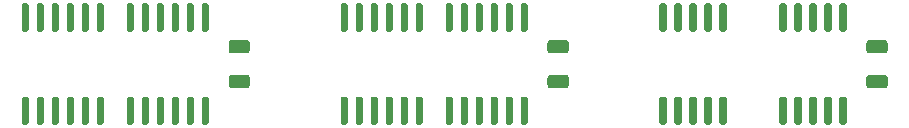
<source format=gbr>
%TF.GenerationSoftware,KiCad,Pcbnew,(5.1.9-0-10_14)*%
%TF.CreationDate,2021-02-23T11:37:35+01:00*%
%TF.ProjectId,30pin_SIMM_4MB,33307069-6e5f-4534-994d-4d5f344d422e,rev?*%
%TF.SameCoordinates,Original*%
%TF.FileFunction,Paste,Top*%
%TF.FilePolarity,Positive*%
%FSLAX46Y46*%
G04 Gerber Fmt 4.6, Leading zero omitted, Abs format (unit mm)*
G04 Created by KiCad (PCBNEW (5.1.9-0-10_14)) date 2021-02-23 11:37:35*
%MOMM*%
%LPD*%
G01*
G04 APERTURE LIST*
G04 APERTURE END LIST*
%TO.C,IC3*%
G36*
G01*
X162530000Y-86250000D02*
X162230000Y-86250000D01*
G75*
G02*
X162080000Y-86100000I0J150000D01*
G01*
X162080000Y-84000000D01*
G75*
G02*
X162230000Y-83850000I150000J0D01*
G01*
X162530000Y-83850000D01*
G75*
G02*
X162680000Y-84000000I0J-150000D01*
G01*
X162680000Y-86100000D01*
G75*
G02*
X162530000Y-86250000I-150000J0D01*
G01*
G37*
G36*
G01*
X163800000Y-86250000D02*
X163500000Y-86250000D01*
G75*
G02*
X163350000Y-86100000I0J150000D01*
G01*
X163350000Y-84000000D01*
G75*
G02*
X163500000Y-83850000I150000J0D01*
G01*
X163800000Y-83850000D01*
G75*
G02*
X163950000Y-84000000I0J-150000D01*
G01*
X163950000Y-86100000D01*
G75*
G02*
X163800000Y-86250000I-150000J0D01*
G01*
G37*
G36*
G01*
X165070000Y-86250000D02*
X164770000Y-86250000D01*
G75*
G02*
X164620000Y-86100000I0J150000D01*
G01*
X164620000Y-84000000D01*
G75*
G02*
X164770000Y-83850000I150000J0D01*
G01*
X165070000Y-83850000D01*
G75*
G02*
X165220000Y-84000000I0J-150000D01*
G01*
X165220000Y-86100000D01*
G75*
G02*
X165070000Y-86250000I-150000J0D01*
G01*
G37*
G36*
G01*
X166340000Y-86250000D02*
X166040000Y-86250000D01*
G75*
G02*
X165890000Y-86100000I0J150000D01*
G01*
X165890000Y-84000000D01*
G75*
G02*
X166040000Y-83850000I150000J0D01*
G01*
X166340000Y-83850000D01*
G75*
G02*
X166490000Y-84000000I0J-150000D01*
G01*
X166490000Y-86100000D01*
G75*
G02*
X166340000Y-86250000I-150000J0D01*
G01*
G37*
G36*
G01*
X167610000Y-86250000D02*
X167310000Y-86250000D01*
G75*
G02*
X167160000Y-86100000I0J150000D01*
G01*
X167160000Y-84000000D01*
G75*
G02*
X167310000Y-83850000I150000J0D01*
G01*
X167610000Y-83850000D01*
G75*
G02*
X167760000Y-84000000I0J-150000D01*
G01*
X167760000Y-86100000D01*
G75*
G02*
X167610000Y-86250000I-150000J0D01*
G01*
G37*
G36*
G01*
X172690000Y-86250000D02*
X172390000Y-86250000D01*
G75*
G02*
X172240000Y-86100000I0J150000D01*
G01*
X172240000Y-84000000D01*
G75*
G02*
X172390000Y-83850000I150000J0D01*
G01*
X172690000Y-83850000D01*
G75*
G02*
X172840000Y-84000000I0J-150000D01*
G01*
X172840000Y-86100000D01*
G75*
G02*
X172690000Y-86250000I-150000J0D01*
G01*
G37*
G36*
G01*
X173960000Y-86250000D02*
X173660000Y-86250000D01*
G75*
G02*
X173510000Y-86100000I0J150000D01*
G01*
X173510000Y-84000000D01*
G75*
G02*
X173660000Y-83850000I150000J0D01*
G01*
X173960000Y-83850000D01*
G75*
G02*
X174110000Y-84000000I0J-150000D01*
G01*
X174110000Y-86100000D01*
G75*
G02*
X173960000Y-86250000I-150000J0D01*
G01*
G37*
G36*
G01*
X175230000Y-86250000D02*
X174930000Y-86250000D01*
G75*
G02*
X174780000Y-86100000I0J150000D01*
G01*
X174780000Y-84000000D01*
G75*
G02*
X174930000Y-83850000I150000J0D01*
G01*
X175230000Y-83850000D01*
G75*
G02*
X175380000Y-84000000I0J-150000D01*
G01*
X175380000Y-86100000D01*
G75*
G02*
X175230000Y-86250000I-150000J0D01*
G01*
G37*
G36*
G01*
X176500000Y-86250000D02*
X176200000Y-86250000D01*
G75*
G02*
X176050000Y-86100000I0J150000D01*
G01*
X176050000Y-84000000D01*
G75*
G02*
X176200000Y-83850000I150000J0D01*
G01*
X176500000Y-83850000D01*
G75*
G02*
X176650000Y-84000000I0J-150000D01*
G01*
X176650000Y-86100000D01*
G75*
G02*
X176500000Y-86250000I-150000J0D01*
G01*
G37*
G36*
G01*
X177770000Y-94150000D02*
X177470000Y-94150000D01*
G75*
G02*
X177320000Y-94000000I0J150000D01*
G01*
X177320000Y-91900000D01*
G75*
G02*
X177470000Y-91750000I150000J0D01*
G01*
X177770000Y-91750000D01*
G75*
G02*
X177920000Y-91900000I0J-150000D01*
G01*
X177920000Y-94000000D01*
G75*
G02*
X177770000Y-94150000I-150000J0D01*
G01*
G37*
G36*
G01*
X176500000Y-94150000D02*
X176200000Y-94150000D01*
G75*
G02*
X176050000Y-94000000I0J150000D01*
G01*
X176050000Y-91900000D01*
G75*
G02*
X176200000Y-91750000I150000J0D01*
G01*
X176500000Y-91750000D01*
G75*
G02*
X176650000Y-91900000I0J-150000D01*
G01*
X176650000Y-94000000D01*
G75*
G02*
X176500000Y-94150000I-150000J0D01*
G01*
G37*
G36*
G01*
X175230000Y-94150000D02*
X174930000Y-94150000D01*
G75*
G02*
X174780000Y-94000000I0J150000D01*
G01*
X174780000Y-91900000D01*
G75*
G02*
X174930000Y-91750000I150000J0D01*
G01*
X175230000Y-91750000D01*
G75*
G02*
X175380000Y-91900000I0J-150000D01*
G01*
X175380000Y-94000000D01*
G75*
G02*
X175230000Y-94150000I-150000J0D01*
G01*
G37*
G36*
G01*
X173960000Y-94150000D02*
X173660000Y-94150000D01*
G75*
G02*
X173510000Y-94000000I0J150000D01*
G01*
X173510000Y-91900000D01*
G75*
G02*
X173660000Y-91750000I150000J0D01*
G01*
X173960000Y-91750000D01*
G75*
G02*
X174110000Y-91900000I0J-150000D01*
G01*
X174110000Y-94000000D01*
G75*
G02*
X173960000Y-94150000I-150000J0D01*
G01*
G37*
G36*
G01*
X172690000Y-94150000D02*
X172390000Y-94150000D01*
G75*
G02*
X172240000Y-94000000I0J150000D01*
G01*
X172240000Y-91900000D01*
G75*
G02*
X172390000Y-91750000I150000J0D01*
G01*
X172690000Y-91750000D01*
G75*
G02*
X172840000Y-91900000I0J-150000D01*
G01*
X172840000Y-94000000D01*
G75*
G02*
X172690000Y-94150000I-150000J0D01*
G01*
G37*
G36*
G01*
X167610000Y-94150000D02*
X167310000Y-94150000D01*
G75*
G02*
X167160000Y-94000000I0J150000D01*
G01*
X167160000Y-91900000D01*
G75*
G02*
X167310000Y-91750000I150000J0D01*
G01*
X167610000Y-91750000D01*
G75*
G02*
X167760000Y-91900000I0J-150000D01*
G01*
X167760000Y-94000000D01*
G75*
G02*
X167610000Y-94150000I-150000J0D01*
G01*
G37*
G36*
G01*
X166340000Y-94150000D02*
X166040000Y-94150000D01*
G75*
G02*
X165890000Y-94000000I0J150000D01*
G01*
X165890000Y-91900000D01*
G75*
G02*
X166040000Y-91750000I150000J0D01*
G01*
X166340000Y-91750000D01*
G75*
G02*
X166490000Y-91900000I0J-150000D01*
G01*
X166490000Y-94000000D01*
G75*
G02*
X166340000Y-94150000I-150000J0D01*
G01*
G37*
G36*
G01*
X165070000Y-94150000D02*
X164770000Y-94150000D01*
G75*
G02*
X164620000Y-94000000I0J150000D01*
G01*
X164620000Y-91900000D01*
G75*
G02*
X164770000Y-91750000I150000J0D01*
G01*
X165070000Y-91750000D01*
G75*
G02*
X165220000Y-91900000I0J-150000D01*
G01*
X165220000Y-94000000D01*
G75*
G02*
X165070000Y-94150000I-150000J0D01*
G01*
G37*
G36*
G01*
X163800000Y-94150000D02*
X163500000Y-94150000D01*
G75*
G02*
X163350000Y-94000000I0J150000D01*
G01*
X163350000Y-91900000D01*
G75*
G02*
X163500000Y-91750000I150000J0D01*
G01*
X163800000Y-91750000D01*
G75*
G02*
X163950000Y-91900000I0J-150000D01*
G01*
X163950000Y-94000000D01*
G75*
G02*
X163800000Y-94150000I-150000J0D01*
G01*
G37*
G36*
G01*
X162530000Y-94150000D02*
X162230000Y-94150000D01*
G75*
G02*
X162080000Y-94000000I0J150000D01*
G01*
X162080000Y-91900000D01*
G75*
G02*
X162230000Y-91750000I150000J0D01*
G01*
X162530000Y-91750000D01*
G75*
G02*
X162680000Y-91900000I0J-150000D01*
G01*
X162680000Y-94000000D01*
G75*
G02*
X162530000Y-94150000I-150000J0D01*
G01*
G37*
G36*
G01*
X177770000Y-86250000D02*
X177470000Y-86250000D01*
G75*
G02*
X177320000Y-86100000I0J150000D01*
G01*
X177320000Y-84000000D01*
G75*
G02*
X177470000Y-83850000I150000J0D01*
G01*
X177770000Y-83850000D01*
G75*
G02*
X177920000Y-84000000I0J-150000D01*
G01*
X177920000Y-86100000D01*
G75*
G02*
X177770000Y-86250000I-150000J0D01*
G01*
G37*
%TD*%
%TO.C,IC2*%
G36*
G01*
X150770000Y-94150000D02*
X150470000Y-94150000D01*
G75*
G02*
X150320000Y-94000000I0J150000D01*
G01*
X150320000Y-91900000D01*
G75*
G02*
X150470000Y-91750000I150000J0D01*
G01*
X150770000Y-91750000D01*
G75*
G02*
X150920000Y-91900000I0J-150000D01*
G01*
X150920000Y-94000000D01*
G75*
G02*
X150770000Y-94150000I-150000J0D01*
G01*
G37*
G36*
G01*
X149500000Y-94150000D02*
X149200000Y-94150000D01*
G75*
G02*
X149050000Y-94000000I0J150000D01*
G01*
X149050000Y-91900000D01*
G75*
G02*
X149200000Y-91750000I150000J0D01*
G01*
X149500000Y-91750000D01*
G75*
G02*
X149650000Y-91900000I0J-150000D01*
G01*
X149650000Y-94000000D01*
G75*
G02*
X149500000Y-94150000I-150000J0D01*
G01*
G37*
G36*
G01*
X148230000Y-94150000D02*
X147930000Y-94150000D01*
G75*
G02*
X147780000Y-94000000I0J150000D01*
G01*
X147780000Y-91900000D01*
G75*
G02*
X147930000Y-91750000I150000J0D01*
G01*
X148230000Y-91750000D01*
G75*
G02*
X148380000Y-91900000I0J-150000D01*
G01*
X148380000Y-94000000D01*
G75*
G02*
X148230000Y-94150000I-150000J0D01*
G01*
G37*
G36*
G01*
X146960000Y-94150000D02*
X146660000Y-94150000D01*
G75*
G02*
X146510000Y-94000000I0J150000D01*
G01*
X146510000Y-91900000D01*
G75*
G02*
X146660000Y-91750000I150000J0D01*
G01*
X146960000Y-91750000D01*
G75*
G02*
X147110000Y-91900000I0J-150000D01*
G01*
X147110000Y-94000000D01*
G75*
G02*
X146960000Y-94150000I-150000J0D01*
G01*
G37*
G36*
G01*
X145690000Y-94150000D02*
X145390000Y-94150000D01*
G75*
G02*
X145240000Y-94000000I0J150000D01*
G01*
X145240000Y-91900000D01*
G75*
G02*
X145390000Y-91750000I150000J0D01*
G01*
X145690000Y-91750000D01*
G75*
G02*
X145840000Y-91900000I0J-150000D01*
G01*
X145840000Y-94000000D01*
G75*
G02*
X145690000Y-94150000I-150000J0D01*
G01*
G37*
G36*
G01*
X144420000Y-94150000D02*
X144120000Y-94150000D01*
G75*
G02*
X143970000Y-94000000I0J150000D01*
G01*
X143970000Y-91900000D01*
G75*
G02*
X144120000Y-91750000I150000J0D01*
G01*
X144420000Y-91750000D01*
G75*
G02*
X144570000Y-91900000I0J-150000D01*
G01*
X144570000Y-94000000D01*
G75*
G02*
X144420000Y-94150000I-150000J0D01*
G01*
G37*
G36*
G01*
X141880000Y-94150000D02*
X141580000Y-94150000D01*
G75*
G02*
X141430000Y-94000000I0J150000D01*
G01*
X141430000Y-91900000D01*
G75*
G02*
X141580000Y-91750000I150000J0D01*
G01*
X141880000Y-91750000D01*
G75*
G02*
X142030000Y-91900000I0J-150000D01*
G01*
X142030000Y-94000000D01*
G75*
G02*
X141880000Y-94150000I-150000J0D01*
G01*
G37*
G36*
G01*
X140610000Y-94150000D02*
X140310000Y-94150000D01*
G75*
G02*
X140160000Y-94000000I0J150000D01*
G01*
X140160000Y-91900000D01*
G75*
G02*
X140310000Y-91750000I150000J0D01*
G01*
X140610000Y-91750000D01*
G75*
G02*
X140760000Y-91900000I0J-150000D01*
G01*
X140760000Y-94000000D01*
G75*
G02*
X140610000Y-94150000I-150000J0D01*
G01*
G37*
G36*
G01*
X139340000Y-94150000D02*
X139040000Y-94150000D01*
G75*
G02*
X138890000Y-94000000I0J150000D01*
G01*
X138890000Y-91900000D01*
G75*
G02*
X139040000Y-91750000I150000J0D01*
G01*
X139340000Y-91750000D01*
G75*
G02*
X139490000Y-91900000I0J-150000D01*
G01*
X139490000Y-94000000D01*
G75*
G02*
X139340000Y-94150000I-150000J0D01*
G01*
G37*
G36*
G01*
X138070000Y-94150000D02*
X137770000Y-94150000D01*
G75*
G02*
X137620000Y-94000000I0J150000D01*
G01*
X137620000Y-91900000D01*
G75*
G02*
X137770000Y-91750000I150000J0D01*
G01*
X138070000Y-91750000D01*
G75*
G02*
X138220000Y-91900000I0J-150000D01*
G01*
X138220000Y-94000000D01*
G75*
G02*
X138070000Y-94150000I-150000J0D01*
G01*
G37*
G36*
G01*
X136800000Y-94150000D02*
X136500000Y-94150000D01*
G75*
G02*
X136350000Y-94000000I0J150000D01*
G01*
X136350000Y-91900000D01*
G75*
G02*
X136500000Y-91750000I150000J0D01*
G01*
X136800000Y-91750000D01*
G75*
G02*
X136950000Y-91900000I0J-150000D01*
G01*
X136950000Y-94000000D01*
G75*
G02*
X136800000Y-94150000I-150000J0D01*
G01*
G37*
G36*
G01*
X135530000Y-86250000D02*
X135230000Y-86250000D01*
G75*
G02*
X135080000Y-86100000I0J150000D01*
G01*
X135080000Y-84000000D01*
G75*
G02*
X135230000Y-83850000I150000J0D01*
G01*
X135530000Y-83850000D01*
G75*
G02*
X135680000Y-84000000I0J-150000D01*
G01*
X135680000Y-86100000D01*
G75*
G02*
X135530000Y-86250000I-150000J0D01*
G01*
G37*
G36*
G01*
X136800000Y-86250000D02*
X136500000Y-86250000D01*
G75*
G02*
X136350000Y-86100000I0J150000D01*
G01*
X136350000Y-84000000D01*
G75*
G02*
X136500000Y-83850000I150000J0D01*
G01*
X136800000Y-83850000D01*
G75*
G02*
X136950000Y-84000000I0J-150000D01*
G01*
X136950000Y-86100000D01*
G75*
G02*
X136800000Y-86250000I-150000J0D01*
G01*
G37*
G36*
G01*
X138070000Y-86250000D02*
X137770000Y-86250000D01*
G75*
G02*
X137620000Y-86100000I0J150000D01*
G01*
X137620000Y-84000000D01*
G75*
G02*
X137770000Y-83850000I150000J0D01*
G01*
X138070000Y-83850000D01*
G75*
G02*
X138220000Y-84000000I0J-150000D01*
G01*
X138220000Y-86100000D01*
G75*
G02*
X138070000Y-86250000I-150000J0D01*
G01*
G37*
G36*
G01*
X139340000Y-86250000D02*
X139040000Y-86250000D01*
G75*
G02*
X138890000Y-86100000I0J150000D01*
G01*
X138890000Y-84000000D01*
G75*
G02*
X139040000Y-83850000I150000J0D01*
G01*
X139340000Y-83850000D01*
G75*
G02*
X139490000Y-84000000I0J-150000D01*
G01*
X139490000Y-86100000D01*
G75*
G02*
X139340000Y-86250000I-150000J0D01*
G01*
G37*
G36*
G01*
X140610000Y-86250000D02*
X140310000Y-86250000D01*
G75*
G02*
X140160000Y-86100000I0J150000D01*
G01*
X140160000Y-84000000D01*
G75*
G02*
X140310000Y-83850000I150000J0D01*
G01*
X140610000Y-83850000D01*
G75*
G02*
X140760000Y-84000000I0J-150000D01*
G01*
X140760000Y-86100000D01*
G75*
G02*
X140610000Y-86250000I-150000J0D01*
G01*
G37*
G36*
G01*
X141880000Y-86250000D02*
X141580000Y-86250000D01*
G75*
G02*
X141430000Y-86100000I0J150000D01*
G01*
X141430000Y-84000000D01*
G75*
G02*
X141580000Y-83850000I150000J0D01*
G01*
X141880000Y-83850000D01*
G75*
G02*
X142030000Y-84000000I0J-150000D01*
G01*
X142030000Y-86100000D01*
G75*
G02*
X141880000Y-86250000I-150000J0D01*
G01*
G37*
G36*
G01*
X144420000Y-86250000D02*
X144120000Y-86250000D01*
G75*
G02*
X143970000Y-86100000I0J150000D01*
G01*
X143970000Y-84000000D01*
G75*
G02*
X144120000Y-83850000I150000J0D01*
G01*
X144420000Y-83850000D01*
G75*
G02*
X144570000Y-84000000I0J-150000D01*
G01*
X144570000Y-86100000D01*
G75*
G02*
X144420000Y-86250000I-150000J0D01*
G01*
G37*
G36*
G01*
X145690000Y-86250000D02*
X145390000Y-86250000D01*
G75*
G02*
X145240000Y-86100000I0J150000D01*
G01*
X145240000Y-84000000D01*
G75*
G02*
X145390000Y-83850000I150000J0D01*
G01*
X145690000Y-83850000D01*
G75*
G02*
X145840000Y-84000000I0J-150000D01*
G01*
X145840000Y-86100000D01*
G75*
G02*
X145690000Y-86250000I-150000J0D01*
G01*
G37*
G36*
G01*
X146960000Y-86250000D02*
X146660000Y-86250000D01*
G75*
G02*
X146510000Y-86100000I0J150000D01*
G01*
X146510000Y-84000000D01*
G75*
G02*
X146660000Y-83850000I150000J0D01*
G01*
X146960000Y-83850000D01*
G75*
G02*
X147110000Y-84000000I0J-150000D01*
G01*
X147110000Y-86100000D01*
G75*
G02*
X146960000Y-86250000I-150000J0D01*
G01*
G37*
G36*
G01*
X148230000Y-86250000D02*
X147930000Y-86250000D01*
G75*
G02*
X147780000Y-86100000I0J150000D01*
G01*
X147780000Y-84000000D01*
G75*
G02*
X147930000Y-83850000I150000J0D01*
G01*
X148230000Y-83850000D01*
G75*
G02*
X148380000Y-84000000I0J-150000D01*
G01*
X148380000Y-86100000D01*
G75*
G02*
X148230000Y-86250000I-150000J0D01*
G01*
G37*
G36*
G01*
X149500000Y-86250000D02*
X149200000Y-86250000D01*
G75*
G02*
X149050000Y-86100000I0J150000D01*
G01*
X149050000Y-84000000D01*
G75*
G02*
X149200000Y-83850000I150000J0D01*
G01*
X149500000Y-83850000D01*
G75*
G02*
X149650000Y-84000000I0J-150000D01*
G01*
X149650000Y-86100000D01*
G75*
G02*
X149500000Y-86250000I-150000J0D01*
G01*
G37*
G36*
G01*
X135530000Y-94150000D02*
X135230000Y-94150000D01*
G75*
G02*
X135080000Y-94000000I0J150000D01*
G01*
X135080000Y-91900000D01*
G75*
G02*
X135230000Y-91750000I150000J0D01*
G01*
X135530000Y-91750000D01*
G75*
G02*
X135680000Y-91900000I0J-150000D01*
G01*
X135680000Y-94000000D01*
G75*
G02*
X135530000Y-94150000I-150000J0D01*
G01*
G37*
G36*
G01*
X150770000Y-86250000D02*
X150470000Y-86250000D01*
G75*
G02*
X150320000Y-86100000I0J150000D01*
G01*
X150320000Y-84000000D01*
G75*
G02*
X150470000Y-83850000I150000J0D01*
G01*
X150770000Y-83850000D01*
G75*
G02*
X150920000Y-84000000I0J-150000D01*
G01*
X150920000Y-86100000D01*
G75*
G02*
X150770000Y-86250000I-150000J0D01*
G01*
G37*
%TD*%
%TO.C,IC1*%
G36*
G01*
X123770000Y-94150000D02*
X123470000Y-94150000D01*
G75*
G02*
X123320000Y-94000000I0J150000D01*
G01*
X123320000Y-91900000D01*
G75*
G02*
X123470000Y-91750000I150000J0D01*
G01*
X123770000Y-91750000D01*
G75*
G02*
X123920000Y-91900000I0J-150000D01*
G01*
X123920000Y-94000000D01*
G75*
G02*
X123770000Y-94150000I-150000J0D01*
G01*
G37*
G36*
G01*
X122500000Y-94150000D02*
X122200000Y-94150000D01*
G75*
G02*
X122050000Y-94000000I0J150000D01*
G01*
X122050000Y-91900000D01*
G75*
G02*
X122200000Y-91750000I150000J0D01*
G01*
X122500000Y-91750000D01*
G75*
G02*
X122650000Y-91900000I0J-150000D01*
G01*
X122650000Y-94000000D01*
G75*
G02*
X122500000Y-94150000I-150000J0D01*
G01*
G37*
G36*
G01*
X121230000Y-94150000D02*
X120930000Y-94150000D01*
G75*
G02*
X120780000Y-94000000I0J150000D01*
G01*
X120780000Y-91900000D01*
G75*
G02*
X120930000Y-91750000I150000J0D01*
G01*
X121230000Y-91750000D01*
G75*
G02*
X121380000Y-91900000I0J-150000D01*
G01*
X121380000Y-94000000D01*
G75*
G02*
X121230000Y-94150000I-150000J0D01*
G01*
G37*
G36*
G01*
X119960000Y-94150000D02*
X119660000Y-94150000D01*
G75*
G02*
X119510000Y-94000000I0J150000D01*
G01*
X119510000Y-91900000D01*
G75*
G02*
X119660000Y-91750000I150000J0D01*
G01*
X119960000Y-91750000D01*
G75*
G02*
X120110000Y-91900000I0J-150000D01*
G01*
X120110000Y-94000000D01*
G75*
G02*
X119960000Y-94150000I-150000J0D01*
G01*
G37*
G36*
G01*
X118690000Y-94150000D02*
X118390000Y-94150000D01*
G75*
G02*
X118240000Y-94000000I0J150000D01*
G01*
X118240000Y-91900000D01*
G75*
G02*
X118390000Y-91750000I150000J0D01*
G01*
X118690000Y-91750000D01*
G75*
G02*
X118840000Y-91900000I0J-150000D01*
G01*
X118840000Y-94000000D01*
G75*
G02*
X118690000Y-94150000I-150000J0D01*
G01*
G37*
G36*
G01*
X117420000Y-94150000D02*
X117120000Y-94150000D01*
G75*
G02*
X116970000Y-94000000I0J150000D01*
G01*
X116970000Y-91900000D01*
G75*
G02*
X117120000Y-91750000I150000J0D01*
G01*
X117420000Y-91750000D01*
G75*
G02*
X117570000Y-91900000I0J-150000D01*
G01*
X117570000Y-94000000D01*
G75*
G02*
X117420000Y-94150000I-150000J0D01*
G01*
G37*
G36*
G01*
X114880000Y-94150000D02*
X114580000Y-94150000D01*
G75*
G02*
X114430000Y-94000000I0J150000D01*
G01*
X114430000Y-91900000D01*
G75*
G02*
X114580000Y-91750000I150000J0D01*
G01*
X114880000Y-91750000D01*
G75*
G02*
X115030000Y-91900000I0J-150000D01*
G01*
X115030000Y-94000000D01*
G75*
G02*
X114880000Y-94150000I-150000J0D01*
G01*
G37*
G36*
G01*
X113610000Y-94150000D02*
X113310000Y-94150000D01*
G75*
G02*
X113160000Y-94000000I0J150000D01*
G01*
X113160000Y-91900000D01*
G75*
G02*
X113310000Y-91750000I150000J0D01*
G01*
X113610000Y-91750000D01*
G75*
G02*
X113760000Y-91900000I0J-150000D01*
G01*
X113760000Y-94000000D01*
G75*
G02*
X113610000Y-94150000I-150000J0D01*
G01*
G37*
G36*
G01*
X112340000Y-94150000D02*
X112040000Y-94150000D01*
G75*
G02*
X111890000Y-94000000I0J150000D01*
G01*
X111890000Y-91900000D01*
G75*
G02*
X112040000Y-91750000I150000J0D01*
G01*
X112340000Y-91750000D01*
G75*
G02*
X112490000Y-91900000I0J-150000D01*
G01*
X112490000Y-94000000D01*
G75*
G02*
X112340000Y-94150000I-150000J0D01*
G01*
G37*
G36*
G01*
X111070000Y-94150000D02*
X110770000Y-94150000D01*
G75*
G02*
X110620000Y-94000000I0J150000D01*
G01*
X110620000Y-91900000D01*
G75*
G02*
X110770000Y-91750000I150000J0D01*
G01*
X111070000Y-91750000D01*
G75*
G02*
X111220000Y-91900000I0J-150000D01*
G01*
X111220000Y-94000000D01*
G75*
G02*
X111070000Y-94150000I-150000J0D01*
G01*
G37*
G36*
G01*
X109800000Y-94150000D02*
X109500000Y-94150000D01*
G75*
G02*
X109350000Y-94000000I0J150000D01*
G01*
X109350000Y-91900000D01*
G75*
G02*
X109500000Y-91750000I150000J0D01*
G01*
X109800000Y-91750000D01*
G75*
G02*
X109950000Y-91900000I0J-150000D01*
G01*
X109950000Y-94000000D01*
G75*
G02*
X109800000Y-94150000I-150000J0D01*
G01*
G37*
G36*
G01*
X108530000Y-86250000D02*
X108230000Y-86250000D01*
G75*
G02*
X108080000Y-86100000I0J150000D01*
G01*
X108080000Y-84000000D01*
G75*
G02*
X108230000Y-83850000I150000J0D01*
G01*
X108530000Y-83850000D01*
G75*
G02*
X108680000Y-84000000I0J-150000D01*
G01*
X108680000Y-86100000D01*
G75*
G02*
X108530000Y-86250000I-150000J0D01*
G01*
G37*
G36*
G01*
X109800000Y-86250000D02*
X109500000Y-86250000D01*
G75*
G02*
X109350000Y-86100000I0J150000D01*
G01*
X109350000Y-84000000D01*
G75*
G02*
X109500000Y-83850000I150000J0D01*
G01*
X109800000Y-83850000D01*
G75*
G02*
X109950000Y-84000000I0J-150000D01*
G01*
X109950000Y-86100000D01*
G75*
G02*
X109800000Y-86250000I-150000J0D01*
G01*
G37*
G36*
G01*
X111070000Y-86250000D02*
X110770000Y-86250000D01*
G75*
G02*
X110620000Y-86100000I0J150000D01*
G01*
X110620000Y-84000000D01*
G75*
G02*
X110770000Y-83850000I150000J0D01*
G01*
X111070000Y-83850000D01*
G75*
G02*
X111220000Y-84000000I0J-150000D01*
G01*
X111220000Y-86100000D01*
G75*
G02*
X111070000Y-86250000I-150000J0D01*
G01*
G37*
G36*
G01*
X112340000Y-86250000D02*
X112040000Y-86250000D01*
G75*
G02*
X111890000Y-86100000I0J150000D01*
G01*
X111890000Y-84000000D01*
G75*
G02*
X112040000Y-83850000I150000J0D01*
G01*
X112340000Y-83850000D01*
G75*
G02*
X112490000Y-84000000I0J-150000D01*
G01*
X112490000Y-86100000D01*
G75*
G02*
X112340000Y-86250000I-150000J0D01*
G01*
G37*
G36*
G01*
X113610000Y-86250000D02*
X113310000Y-86250000D01*
G75*
G02*
X113160000Y-86100000I0J150000D01*
G01*
X113160000Y-84000000D01*
G75*
G02*
X113310000Y-83850000I150000J0D01*
G01*
X113610000Y-83850000D01*
G75*
G02*
X113760000Y-84000000I0J-150000D01*
G01*
X113760000Y-86100000D01*
G75*
G02*
X113610000Y-86250000I-150000J0D01*
G01*
G37*
G36*
G01*
X114880000Y-86250000D02*
X114580000Y-86250000D01*
G75*
G02*
X114430000Y-86100000I0J150000D01*
G01*
X114430000Y-84000000D01*
G75*
G02*
X114580000Y-83850000I150000J0D01*
G01*
X114880000Y-83850000D01*
G75*
G02*
X115030000Y-84000000I0J-150000D01*
G01*
X115030000Y-86100000D01*
G75*
G02*
X114880000Y-86250000I-150000J0D01*
G01*
G37*
G36*
G01*
X117420000Y-86250000D02*
X117120000Y-86250000D01*
G75*
G02*
X116970000Y-86100000I0J150000D01*
G01*
X116970000Y-84000000D01*
G75*
G02*
X117120000Y-83850000I150000J0D01*
G01*
X117420000Y-83850000D01*
G75*
G02*
X117570000Y-84000000I0J-150000D01*
G01*
X117570000Y-86100000D01*
G75*
G02*
X117420000Y-86250000I-150000J0D01*
G01*
G37*
G36*
G01*
X118690000Y-86250000D02*
X118390000Y-86250000D01*
G75*
G02*
X118240000Y-86100000I0J150000D01*
G01*
X118240000Y-84000000D01*
G75*
G02*
X118390000Y-83850000I150000J0D01*
G01*
X118690000Y-83850000D01*
G75*
G02*
X118840000Y-84000000I0J-150000D01*
G01*
X118840000Y-86100000D01*
G75*
G02*
X118690000Y-86250000I-150000J0D01*
G01*
G37*
G36*
G01*
X119960000Y-86250000D02*
X119660000Y-86250000D01*
G75*
G02*
X119510000Y-86100000I0J150000D01*
G01*
X119510000Y-84000000D01*
G75*
G02*
X119660000Y-83850000I150000J0D01*
G01*
X119960000Y-83850000D01*
G75*
G02*
X120110000Y-84000000I0J-150000D01*
G01*
X120110000Y-86100000D01*
G75*
G02*
X119960000Y-86250000I-150000J0D01*
G01*
G37*
G36*
G01*
X121230000Y-86250000D02*
X120930000Y-86250000D01*
G75*
G02*
X120780000Y-86100000I0J150000D01*
G01*
X120780000Y-84000000D01*
G75*
G02*
X120930000Y-83850000I150000J0D01*
G01*
X121230000Y-83850000D01*
G75*
G02*
X121380000Y-84000000I0J-150000D01*
G01*
X121380000Y-86100000D01*
G75*
G02*
X121230000Y-86250000I-150000J0D01*
G01*
G37*
G36*
G01*
X122500000Y-86250000D02*
X122200000Y-86250000D01*
G75*
G02*
X122050000Y-86100000I0J150000D01*
G01*
X122050000Y-84000000D01*
G75*
G02*
X122200000Y-83850000I150000J0D01*
G01*
X122500000Y-83850000D01*
G75*
G02*
X122650000Y-84000000I0J-150000D01*
G01*
X122650000Y-86100000D01*
G75*
G02*
X122500000Y-86250000I-150000J0D01*
G01*
G37*
G36*
G01*
X108530000Y-94150000D02*
X108230000Y-94150000D01*
G75*
G02*
X108080000Y-94000000I0J150000D01*
G01*
X108080000Y-91900000D01*
G75*
G02*
X108230000Y-91750000I150000J0D01*
G01*
X108530000Y-91750000D01*
G75*
G02*
X108680000Y-91900000I0J-150000D01*
G01*
X108680000Y-94000000D01*
G75*
G02*
X108530000Y-94150000I-150000J0D01*
G01*
G37*
G36*
G01*
X123770000Y-86250000D02*
X123470000Y-86250000D01*
G75*
G02*
X123320000Y-86100000I0J150000D01*
G01*
X123320000Y-84000000D01*
G75*
G02*
X123470000Y-83850000I150000J0D01*
G01*
X123770000Y-83850000D01*
G75*
G02*
X123920000Y-84000000I0J-150000D01*
G01*
X123920000Y-86100000D01*
G75*
G02*
X123770000Y-86250000I-150000J0D01*
G01*
G37*
%TD*%
%TO.C,C3*%
G36*
G01*
X181150001Y-88100000D02*
X179849999Y-88100000D01*
G75*
G02*
X179600000Y-87850001I0J249999D01*
G01*
X179600000Y-87199999D01*
G75*
G02*
X179849999Y-86950000I249999J0D01*
G01*
X181150001Y-86950000D01*
G75*
G02*
X181400000Y-87199999I0J-249999D01*
G01*
X181400000Y-87850001D01*
G75*
G02*
X181150001Y-88100000I-249999J0D01*
G01*
G37*
G36*
G01*
X181150001Y-91050000D02*
X179849999Y-91050000D01*
G75*
G02*
X179600000Y-90800001I0J249999D01*
G01*
X179600000Y-90149999D01*
G75*
G02*
X179849999Y-89900000I249999J0D01*
G01*
X181150001Y-89900000D01*
G75*
G02*
X181400000Y-90149999I0J-249999D01*
G01*
X181400000Y-90800001D01*
G75*
G02*
X181150001Y-91050000I-249999J0D01*
G01*
G37*
%TD*%
%TO.C,C2*%
G36*
G01*
X154150001Y-88100000D02*
X152849999Y-88100000D01*
G75*
G02*
X152600000Y-87850001I0J249999D01*
G01*
X152600000Y-87199999D01*
G75*
G02*
X152849999Y-86950000I249999J0D01*
G01*
X154150001Y-86950000D01*
G75*
G02*
X154400000Y-87199999I0J-249999D01*
G01*
X154400000Y-87850001D01*
G75*
G02*
X154150001Y-88100000I-249999J0D01*
G01*
G37*
G36*
G01*
X154150001Y-91050000D02*
X152849999Y-91050000D01*
G75*
G02*
X152600000Y-90800001I0J249999D01*
G01*
X152600000Y-90149999D01*
G75*
G02*
X152849999Y-89900000I249999J0D01*
G01*
X154150001Y-89900000D01*
G75*
G02*
X154400000Y-90149999I0J-249999D01*
G01*
X154400000Y-90800001D01*
G75*
G02*
X154150001Y-91050000I-249999J0D01*
G01*
G37*
%TD*%
%TO.C,C1*%
G36*
G01*
X127150001Y-88100000D02*
X125849999Y-88100000D01*
G75*
G02*
X125600000Y-87850001I0J249999D01*
G01*
X125600000Y-87199999D01*
G75*
G02*
X125849999Y-86950000I249999J0D01*
G01*
X127150001Y-86950000D01*
G75*
G02*
X127400000Y-87199999I0J-249999D01*
G01*
X127400000Y-87850001D01*
G75*
G02*
X127150001Y-88100000I-249999J0D01*
G01*
G37*
G36*
G01*
X127150001Y-91050000D02*
X125849999Y-91050000D01*
G75*
G02*
X125600000Y-90800001I0J249999D01*
G01*
X125600000Y-90149999D01*
G75*
G02*
X125849999Y-89900000I249999J0D01*
G01*
X127150001Y-89900000D01*
G75*
G02*
X127400000Y-90149999I0J-249999D01*
G01*
X127400000Y-90800001D01*
G75*
G02*
X127150001Y-91050000I-249999J0D01*
G01*
G37*
%TD*%
M02*

</source>
